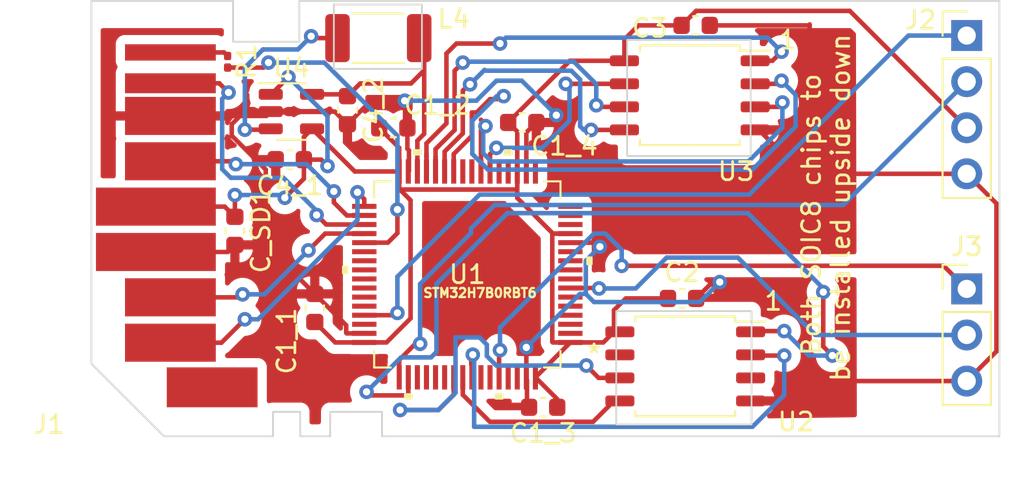
<source format=kicad_pcb>
(kicad_pcb (version 20211014) (generator pcbnew)
  (layers (0 "F.Cu" signal) (31 "B.Cu" signal) (34 "B.Paste" user) (35 "F.Paste" user) (36 "B.SilkS" user "B.Silkscreen") (37 "F.SilkS" user "F.Silkscreen") (38 "B.Mask" user) (39 "F.Mask" user) (44 "Edge.Cuts" user))
  (net 0 "")
  (net 1 "Net-(J1-Pad1)")
  (net 2 "Net-(J1-Pad2)")
  (net 3 "Net-(J1-Pad5)")
  (net 4 "Net-(J1-Pad7)")
  (net 5 "Net-(R1-Pad1)")
  (net 7 "Net-(J3-Pad2)")
  (net 8 "Net-(U4-Pad3)")
  (net 9 "Net-(R1-Pad2)")
  (net 25 "Net-(U1-Pad22)")
  (net 26 "Net-(U1-Pad23)")
  (net 29 "Net-(U1-Pad26)")
  (net 30 "Net-(U1-Pad27)")
  (net 31 "Net-(U1-Pad28)")
  (net 32 "Net-(U1-Pad29)")
  (net 41 "Net-(U1-Pad50)")
  (net 46 "Net-(U1-Pad55)")
  (net 47 "Net-(U1-Pad56)")
  (net 48 "Net-(U1-Pad57)")
  (net 55 "Net-(C1_1-Pad2)")
  (net 56 "Net-(C4_2-Pad1)")
  (net 57 "Net-(J2-Pad1)")
  (net 58 "Net-(J2-Pad2)")
  (net 59 "Net-(J3-Pad1)")
  (net 60 "Net-(C1_4-Pad2)")
  (footprint "stm32:BACKWARDS-SOIC-8_5.275x5.275mm_P1.27mm" (layer "F.Cu") (at 141.5 115.655)
    (fp_text reference "U3")
    (fp_text value "APS6404L-3SQR-SN")
  )
  (footprint "LQFP_B0VBT6_STM:STM32H7B0RBT6" (layer "F.Cu") (at 129.250001 125.525899 180)
    (fp_text reference "U1")
    (fp_text value "STM32H7B0RBT6")
  )
  (footprint "Capacitor_SMD:C_0603_1608Metric" (layer "F.Cu") (at 133.425 132.85 180)
    (fp_text reference "C1_3")
    (fp_text value "100n")
  )
  (footprint "stm32:SD-Connector" (layer "F.Cu") (at 108.76 134.29)
    (fp_text reference "J1")
    (fp_text value "SD Connector")
  )
  (footprint "Capacitor_SMD:C_0603_1608Metric" (layer "F.Cu") (at 132.275 117.15)
    (fp_text reference "C1_4")
    (fp_text value "100n")
  )
  (footprint "Capacitor_SMD:C_0603_1608Metric" (layer "F.Cu") (at 141.825 111.8)
    (fp_text reference "C3")
    (fp_text value "100n")
  )
  (footprint "Resistor_SMD:R_0201_0603Metric" (layer "F.Cu") (at 116.05 113.805 -90)
    (fp_text reference "R1")
    (fp_text value "50K")
  )
  (footprint "Connector_PinHeader_2.54mm:PinHeader_1x04_P2.54mm_Vertical" (layer "F.Cu") (at 156.75 112.36)
    (fp_text reference "J2")
    (fp_text value "SWD")
  )
  (footprint "Package_TO_SOT_SMD:TSOT-23-5" (layer "F.Cu") (at 119.5625 116.55)
    (fp_text reference "U4")
    (fp_text value "LTC3406BES5-1.2")
  )
  (footprint "Inductor_SMD:L_2010_5025Metric" (layer "F.Cu") (at 124.35 112.5)
    (fp_text reference "L4")
    (fp_text value "L")
  )
  (footprint "Capacitor_SMD:C_0603_1608Metric" (layer "F.Cu") (at 119.475 119.2 180)
    (fp_text reference "C4_1")
    (fp_text value "4u7")
  )
  (footprint "Capacitor_SMD:C_0603_1608Metric" (layer "F.Cu") (at 116.45 123.125 -90)
    (fp_text reference "C_SD1")
    (fp_text value "100n")
  )
  (footprint "Capacitor_SMD:C_0603_1608Metric" (layer "F.Cu") (at 125.175 117.45 180)
    (fp_text reference "C1_2")
    (fp_text value "100n")
  )
  (footprint "Capacitor_SMD:C_0603_1608Metric" (layer "F.Cu") (at 120.85 127.375 -90)
    (fp_text reference "C1_1")
    (fp_text value "100n")
  )
  (footprint "Capacitor_SMD:C_0603_1608Metric" (layer "F.Cu") (at 122.65 116.475 -90)
    (fp_text reference "C4_2")
    (fp_text value "10u")
  )
  (footprint "stm32:BACKWARDS-SOIC-8_5.275x5.275mm_P1.27mm" (layer "F.Cu") (at 141.25 130.595)
    (fp_text reference "U2")
    (fp_text value "S25FL064LABMFN010")
  )
  (footprint "Capacitor_SMD:C_0603_1608Metric" (layer "F.Cu") (at 141.075 126.85)
    (fp_text reference "C2")
    (fp_text value "100n")
  )
  (footprint "Connector_PinHeader_2.54mm:PinHeader_1x03_P2.54mm_Vertical" (layer "F.Cu") (at 156.75 126.325)
    (fp_text reference "J3")
    (fp_text value "BootRST")
  )
  (gr_rect (start 121.9 110.65) (end 126.75 114.2) (layer "Edge.Cuts") (width 0.1) (fill none))
  (gr_poly (pts (xy 120 110.45) (xy 158.55 110.45) (xy 158.55 134.45) (xy 124.55 134.45) (xy 124.55 133.1) (xy 121.7 133.1) (xy 121.695496 134.45) (xy 120.05 134.45) (xy 120.05 133.1) (xy 118.55 133.1) (xy 118.55 134.45) (xy 112.55 134.45) (xy 108.55 130.45) (xy 108.55 110.45) (xy 116.35 110.45) (xy 116.35 112.7) (xy 120 112.7)) (layer "Edge.Cuts") (width 0.1) (fill none))
  (gr_rect (start 144.9 133.8) (end 137.45 127.55) (layer "Edge.Cuts") (width 0.1) (fill none))
  (gr_rect (start 138.05 112.6) (end 144.85 119) (layer "Edge.Cuts") (width 0.1) (fill none))
  (gr_text "Both SOIC8 chips to \nbe installed upside down" (at 149 121.85 90) (layer "F.SilkS") (effects (font (size 1 1))))
  (gr_text "1" (at 146.1 127) (layer "F.SilkS") (effects (font (size 1 1))))
  (gr_text "1" (at 146.9 112.6) (layer "F.SilkS") (effects (font (size 1 1))))
  (segment (start 112.9 129.29) (end 115.71 129.29) (width 0.25) (layer "F.Cu") (net 1))
  (segment (start 115.71 129.29) (end 117 128) (width 0.25) (layer "F.Cu") (net 1))
  (segment (start 123.5759 121.775899) (end 123.5759 121.3759) (width 0.25) (layer "F.Cu") (net 1))
  (segment (start 123.5759 121.3759) (end 123.2 121) (width 0.25) (layer "F.Cu") (net 1))
  (via (at 117 128) (size 0.8) (drill 0.4) (layers "F.Cu" "B.Cu") (net 1))
  (via (at 123.2 121) (size 0.8) (drill 0.4) (layers "F.Cu" "B.Cu") (net 1))
  (segment (start 123.2 122.525305) (end 123.2 121) (width 0.25) (layer "B.Cu") (net 1))
  (segment (start 123.15 120.95) (end 123.2 121) (width 0.25) (layer "B.Cu") (net 1))
  (segment (start 117.725305 128) (end 123.2 122.525305) (width 0.25) (layer "B.Cu") (net 1))
  (segment (start 117 128) (end 117.725305 128) (width 0.25) (layer "B.Cu") (net 1))
  (segment (start 121.424102 123.275898) (end 120.5 124.2) (width 0.25) (layer "F.Cu") (net 2))
  (segment (start 116.875 126.625) (end 116.9 126.6) (width 0.25) (layer "F.Cu") (net 2))
  (segment (start 123.5759 123.275898) (end 121.424102 123.275898) (width 0.25) (layer "F.Cu") (net 2))
  (segment (start 112.9 126.79) (end 116.71 126.79) (width 0.25) (layer "F.Cu") (net 2))
  (segment (start 116.71 126.79) (end 116.875 126.625) (width 0.25) (layer "F.Cu") (net 2))
  (via (at 120.5 124.2) (size 0.8) (drill 0.4) (layers "F.Cu" "B.Cu") (net 2))
  (via (at 116.875 126.625) (size 0.8) (drill 0.4) (layers "F.Cu" "B.Cu") (net 2))
  (segment (start 118.075 126.625) (end 116.875 126.625) (width 0.25) (layer "B.Cu") (net 2))
  (segment (start 120.5 124.2) (end 118.075 126.625) (width 0.25) (layer "B.Cu") (net 2))
  (segment (start 123.5759 122.275898) (end 122.6159 122.275898) (width 0.25) (layer "F.Cu") (net 3))
  (segment (start 121.9 121.559998) (end 121.9 120.95) (width 0.25) (layer "F.Cu") (net 3))
  (segment (start 116.34 119.29) (end 116.5 119.45) (width 0.25) (layer "F.Cu") (net 3))
  (segment (start 122.6159 122.275898) (end 121.9 121.559998) (width 0.25) (layer "F.Cu") (net 3))
  (segment (start 112.9 119.29) (end 116.34 119.29) (width 0.25) (layer "F.Cu") (net 3))
  (via (at 121.9 120.95) (size 0.8) (drill 0.4) (layers "F.Cu" "B.Cu") (net 3))
  (via (at 116.5 119.45) (size 0.8) (drill 0.4) (layers "F.Cu" "B.Cu") (net 3))
  (segment (start 120.4 119.45) (end 121.9 120.95) (width 0.25) (layer "B.Cu") (net 3))
  (segment (start 116.5 119.45) (end 120.4 119.45) (width 0.25) (layer "B.Cu") (net 3))
  (segment (start 123.5759 122.775899) (end 121.475899 122.775899) (width 0.25) (layer "F.Cu") (net 4))
  (segment (start 112.9 114.99) (end 115.59 114.99) (width 0.25) (layer "F.Cu") (net 4))
  (segment (start 115.59 114.99) (end 116.1 115.5) (width 0.25) (layer "F.Cu") (net 4))
  (segment (start 121.475899 122.775899) (end 120.95 122.25) (width 0.25) (layer "F.Cu") (net 4))
  (via (at 120.95 122.25) (size 0.8) (drill 0.4) (layers "F.Cu" "B.Cu") (net 4))
  (via (at 116.1 115.5) (size 0.8) (drill 0.4) (layers "F.Cu" "B.Cu") (net 4))
  (segment (start 115.75 115.85) (end 116.1 115.5) (width 0.25) (layer "B.Cu") (net 4))
  (segment (start 116.224695 120.2) (end 115.75 119.725305) (width 0.25) (layer "B.Cu") (net 4))
  (segment (start 120.95 122.024695) (end 119.125305 120.2) (width 0.25) (layer "B.Cu") (net 4))
  (segment (start 119.125305 120.2) (end 116.224695 120.2) (width 0.25) (layer "B.Cu") (net 4))
  (segment (start 120.95 122.25) (end 120.95 122.024695) (width 0.25) (layer "B.Cu") (net 4))
  (segment (start 115.75 119.725305) (end 115.75 115.85) (width 0.25) (layer "B.Cu") (net 4))
  (segment (start 116.05 113.485) (end 115.855 113.29) (width 0.25) (layer "F.Cu") (net 5))
  (segment (start 115.855 113.29) (end 112.9 113.29) (width 0.25) (layer "F.Cu") (net 5))
  (segment (start 136.4759 126.2759) (end 136.5 126.3) (width 0.25) (layer "F.Cu") (net 7))
  (segment (start 134.924102 126.2759) (end 136.4759 126.2759) (width 0.25) (layer "F.Cu") (net 7))
  (via (at 136.5 126.3) (size 0.8) (drill 0.4) (layers "F.Cu" "B.Cu") (net 7))
  (segment (start 138.523223 126.3) (end 136.5 126.3) (width 0.25) (layer "B.Cu") (net 7))
  (segment (start 148.415 128.865) (end 144.15 124.6) (width 0.25) (layer "B.Cu") (net 7))
  (segment (start 144.15 124.6) (end 140.223223 124.6) (width 0.25) (layer "B.Cu") (net 7))
  (segment (start 156.75 128.865) (end 148.415 128.865) (width 0.25) (layer "B.Cu") (net 7))
  (segment (start 140.223223 124.6) (end 138.523223 126.3) (width 0.25) (layer "B.Cu") (net 7))
  (segment (start 118.375 117.55) (end 118.425 117.5) (width 0.25) (layer "F.Cu") (net 8))
  (segment (start 120.75 112.5) (end 121.775 112.5) (width 0.25) (layer "F.Cu") (net 8))
  (segment (start 122.1 112.5) (end 122.025 112.5) (width 0.25) (layer "F.Cu") (net 8))
  (segment (start 120.65 112.4) (end 120.75 112.5) (width 0.25) (layer "F.Cu") (net 8))
  (segment (start 117 117.55) (end 118.375 117.55) (width 0.25) (layer "F.Cu") (net 8))
  (via (at 117 117.55) (size 0.8) (drill 0.4) (layers "F.Cu" "B.Cu") (net 8))
  (via (at 120.65 112.4) (size 0.8) (drill 0.4) (layers "F.Cu" "B.Cu") (net 8))
  (segment (start 119.925 113.125) (end 117.999695 113.125) (width 0.25) (layer "B.Cu") (net 8))
  (segment (start 117.999695 113.125) (end 117 114.124695) (width 0.25) (layer "B.Cu") (net 8))
  (segment (start 120.65 112.4) (end 119.925 113.125) (width 0.25) (layer "B.Cu") (net 8))
  (segment (start 117 114.124695) (end 117 117.55) (width 0.25) (layer "B.Cu") (net 8))
  (segment (start 125.4005 121.95) (end 125.4005 123.2495) (width 0.25) (layer "F.Cu") (net 9))
  (segment (start 116.05 114.125) (end 118.025 114.125) (width 0.25) (layer "F.Cu") (net 9))
  (segment (start 123.5759 123.7759) (end 124.8741 123.7759) (width 0.25) (layer "F.Cu") (net 9))
  (segment (start 125.4005 123.2495) (end 124.8741 123.7759) (width 0.25) (layer "F.Cu") (net 9))
  (segment (start 118.025 114.125) (end 118.3 113.85) (width 0.25) (layer "F.Cu") (net 9))
  (via (at 125.4005 121.95) (size 0.8) (drill 0.4) (layers "F.Cu" "B.Cu") (net 9))
  (via (at 118.3 113.85) (size 0.8) (drill 0.4) (layers "F.Cu" "B.Cu") (net 9))
  (segment (start 125.4005 117.877277) (end 125.4005 121.95) (width 0.25) (layer "B.Cu") (net 9))
  (segment (start 118.3 113.85) (end 121.373223 113.85) (width 0.25) (layer "B.Cu") (net 9))
  (segment (start 121.373223 113.85) (end 125.4005 117.877277) (width 0.25) (layer "B.Cu") (net 9))
  (segment (start 130.500001 118.899999) (end 130.85 118.55) (width 0.25) (layer "F.Cu") (net 25))
  (segment (start 130.500001 119.851798) (end 130.500001 118.899999) (width 0.25) (layer "F.Cu") (net 25))
  (segment (start 137.9 115.02) (end 134.67 115.02) (width 0.25) (layer "F.Cu") (net 25))
  (via (at 130.85 118.55) (size 0.8) (drill 0.4) (layers "F.Cu" "B.Cu") (net 25))
  (via (at 134.67 115.02) (size 0.8) (drill 0.4) (layers "F.Cu" "B.Cu") (net 25))
  (segment (start 134.67 115.02) (end 134.875 115.225) (width 0.25) (layer "B.Cu") (net 25))
  (segment (start 130.85 118.55) (end 133.375305 118.55) (width 0.25) (layer "B.Cu") (net 25))
  (segment (start 134.875 117.050305) (end 133.375305 118.55) (width 0.25) (layer "B.Cu") (net 25))
  (segment (start 134.875 115.225) (end 134.875 117.050305) (width 0.25) (layer "B.Cu") (net 25))
  (segment (start 145.1 116.29) (end 146.36 116.29) (width 0.25) (layer "F.Cu") (net 26))
  (segment (start 130.000002 117.599998) (end 130.25 117.35) (width 0.25) (layer "F.Cu") (net 26))
  (segment (start 146.36 116.29) (end 146.6 116.05) (width 0.25) (layer "F.Cu") (net 26))
  (segment (start 130.000002 117.000002) (end 130 117) (width 0.25) (layer "F.Cu") (net 26))
  (segment (start 130.000002 119.851798) (end 130.000002 117.599998) (width 0.25) (layer "F.Cu") (net 26))
  (via (at 130.25 117.35) (size 0.8) (drill 0.4) (layers "F.Cu" "B.Cu") (net 26))
  (via (at 146.6 116.05) (size 0.8) (drill 0.4) (layers "F.Cu" "B.Cu") (net 26))
  (segment (start 130.125 117.475) (end 130.125 118.850305) (width 0.25) (layer "B.Cu") (net 26))
  (segment (start 146.6 117.426777) (end 146.6 116.05) (width 0.25) (layer "B.Cu") (net 26))
  (segment (start 130.574695 119.3) (end 144.726777 119.3) (width 0.25) (layer "B.Cu") (net 26))
  (segment (start 130.25 117.35) (end 130.125 117.475) (width 0.25) (layer "B.Cu") (net 26))
  (segment (start 130.125 118.850305) (end 130.574695 119.3) (width 0.25) (layer "B.Cu") (net 26))
  (segment (start 144.726777 119.3) (end 146.6 117.426777) (width 0.25) (layer "B.Cu") (net 26))
  (segment (start 129.763604 116.6) (end 130.5 115.863604) (width 0.25) (layer "F.Cu") (net 29))
  (segment (start 131.086396 115.863604) (end 131.25 115.7) (width 0.25) (layer "F.Cu") (net 29))
  (segment (start 129.5 116.6) (end 129.763604 116.6) (width 0.25) (layer "F.Cu") (net 29))
  (segment (start 146.38 115.02) (end 146.55 114.85) (width 0.25) (layer "F.Cu") (net 29))
  (segment (start 129.5 117.8918) (end 129.5 116.6) (width 0.25) (layer "F.Cu") (net 29))
  (segment (start 128.5 119.851798) (end 128.5 118.8918) (width 0.25) (layer "F.Cu") (net 29))
  (segment (start 145.1 115.02) (end 146.38 115.02) (width 0.25) (layer "F.Cu") (net 29))
  (segment (start 130.5 115.863604) (end 131.086396 115.863604) (width 0.25) (layer "F.Cu") (net 29))
  (segment (start 128.5 118.8918) (end 129.5 117.8918) (width 0.25) (layer "F.Cu") (net 29))
  (via (at 146.55 114.85) (size 0.8) (drill 0.4) (layers "F.Cu" "B.Cu") (net 29))
  (via (at 131.25 115.7) (size 0.8) (drill 0.4) (layers "F.Cu" "B.Cu") (net 29))
  (segment (start 144.95 119.75) (end 147.325 117.375) (width 0.25) (layer "B.Cu") (net 29))
  (segment (start 147.325 115.625) (end 146.55 114.85) (width 0.25) (layer "B.Cu") (net 29))
  (segment (start 129.525 118.886701) (end 130.388299 119.75) (width 0.25) (layer "B.Cu") (net 29))
  (segment (start 129.525 117.049695) (end 129.525 118.886701) (width 0.25) (layer "B.Cu") (net 29))
  (segment (start 131.25 115.7) (end 130.874695 115.7) (width 0.25) (layer "B.Cu") (net 29))
  (segment (start 130.388299 119.75) (end 144.95 119.75) (width 0.25) (layer "B.Cu") (net 29))
  (segment (start 130.874695 115.7) (end 129.525 117.049695) (width 0.25) (layer "B.Cu") (net 29))
  (segment (start 147.325 117.375) (end 147.325 115.625) (width 0.25) (layer "B.Cu") (net 29))
  (segment (start 136.06 117.56) (end 136.05 117.55) (width 0.25) (layer "F.Cu") (net 30))
  (segment (start 129 117.755404) (end 129 115.4) (width 0.25) (layer "F.Cu") (net 30))
  (segment (start 128.000001 118.755403) (end 128.977702 117.777702) (width 0.25) (layer "F.Cu") (net 30))
  (segment (start 129 115.4) (end 129.35 115.05) (width 0.25) (layer "F.Cu") (net 30))
  (segment (start 128.977702 117.777702) (end 129 117.755404) (width 0.25) (layer "F.Cu") (net 30))
  (segment (start 137.9 117.56) (end 136.06 117.56) (width 0.25) (layer "F.Cu") (net 30))
  (segment (start 128.000001 119.851798) (end 128.000001 118.755403) (width 0.25) (layer "F.Cu") (net 30))
  (segment (start 129.35 115.05) (end 129.4 115.05) (width 0.25) (layer "F.Cu") (net 30))
  (via (at 136.06 117.56) (size 0.8) (drill 0.4) (layers "F.Cu" "B.Cu") (net 30))
  (via (at 129.4 115.05) (size 0.8) (drill 0.4) (layers "F.Cu" "B.Cu") (net 30))
  (segment (start 135.66 117.56) (end 135.462653 117.362653) (width 0.25) (layer "B.Cu") (net 30))
  (segment (start 136.06 117.56) (end 135.66 117.56) (width 0.25) (layer "B.Cu") (net 30))
  (segment (start 135.462653 117.362653) (end 135.462653 114.787347) (width 0.25) (layer "B.Cu") (net 30))
  (segment (start 135.462653 114.787347) (end 134.970305 114.295) (width 0.25) (layer "B.Cu") (net 30))
  (segment (start 130.305 114.295) (end 130.3 114.3) (width 0.25) (layer "B.Cu") (net 30))
  (segment (start 130.2 114.25) (end 129.4 115.05) (width 0.25) (layer "B.Cu") (net 30))
  (segment (start 134.970305 114.295) (end 130.305 114.295) (width 0.25) (layer "B.Cu") (net 30))
  (segment (start 137.9 116.29) (end 136.44 116.29) (width 0.25) (layer "F.Cu") (net 31))
  (segment (start 128.534504 117.584504) (end 128.55 117.569008) (width 0.25) (layer "F.Cu") (net 31))
  (segment (start 127.500002 119.851798) (end 127.500002 118.619006) (width 0.25) (layer "F.Cu") (net 31))
  (segment (start 127.500002 118.619006) (end 128.534504 117.584504) (width 0.25) (layer "F.Cu") (net 31))
  (segment (start 136.44 116.29) (end 136.35 116.2) (width 0.25) (layer "F.Cu") (net 31))
  (segment (start 128.55 117.569008) (end 128.55 114.3) (width 0.25) (layer "F.Cu") (net 31))
  (segment (start 128.55 114.3) (end 129 113.85) (width 0.25) (layer "F.Cu") (net 31))
  (segment (start 127.500002 119.851798) (end 127.500002 119.028195) (width 0.25) (layer "F.Cu") (net 31))
  (via (at 136.35 116.2) (size 0.8) (drill 0.4) (layers "F.Cu" "B.Cu") (net 31))
  (via (at 129 113.85) (size 0.8) (drill 0.4) (layers "F.Cu" "B.Cu") (net 31))
  (segment (start 129.05 113.8) (end 129 113.85) (width 0.25) (layer "B.Cu") (net 31))
  (segment (start 136.35 116.2) (end 136.35 115.038299) (width 0.25) (layer "B.Cu") (net 31))
  (segment (start 136.35 115.038299) (end 135.111701 113.8) (width 0.25) (layer "B.Cu") (net 31))
  (segment (start 135.111701 113.8) (end 129.05 113.8) (width 0.25) (layer "B.Cu") (net 31))
  (segment (start 127 118.302817) (end 128.1 117.202817) (width 0.25) (layer "F.Cu") (net 32))
  (segment (start 128.65 112.8) (end 131.05 112.8) (width 0.25) (layer "F.Cu") (net 32))
  (segment (start 146.05 113.75) (end 146.55 113.25) (width 0.25) (layer "F.Cu") (net 32))
  (segment (start 127 119.851798) (end 127 119.05) (width 0.25) (layer "F.Cu") (net 32))
  (segment (start 127 119.05) (end 127 118.302817) (width 0.25) (layer "F.Cu") (net 32))
  (segment (start 128.1 117.202817) (end 128.1 113.35) (width 0.25) (layer "F.Cu") (net 32))
  (segment (start 127 119.05) (end 127 118.891801) (width 0.25) (layer "F.Cu") (net 32))
  (segment (start 145.1 113.75) (end 146.05 113.75) (width 0.25) (layer "F.Cu") (net 32))
  (segment (start 128.1 113.35) (end 128.65 112.8) (width 0.25) (layer "F.Cu") (net 32))
  (via (at 131.05 112.8) (size 0.8) (drill 0.4) (layers "F.Cu" "B.Cu") (net 32))
  (via (at 146.55 113.25) (size 0.8) (drill 0.4) (layers "F.Cu" "B.Cu") (net 32))
  (segment (start 145.775 112.475) (end 146.55 113.25) (width 0.25) (layer "B.Cu") (net 32))
  (segment (start 131.375 112.475) (end 145.775 112.475) (width 0.25) (layer "B.Cu") (net 32))
  (segment (start 131.05 112.8) (end 131.375 112.475) (width 0.25) (layer "B.Cu") (net 32))
  (segment (start 125.964701 132.195299) (end 123.895299 132.195299) (width 0.25) (layer "F.Cu") (net 41))
  (segment (start 145.025 128.65) (end 145.025 128.69) (width 0.25) (layer "F.Cu") (net 41))
  (segment (start 123.7 132) (end 123.65 131.95) (width 0.25) (layer "F.Cu") (net 41))
  (segment (start 148.85 129.5) (end 149.35 130) (width 0.25) (layer "F.Cu") (net 41))
  (segment (start 148.85 126.5) (end 148.85 129.5) (width 0.25) (layer "F.Cu") (net 41))
  (segment (start 126 131.2) (end 126 132.16) (width 0.25) (layer "F.Cu") (net 41))
  (segment (start 126 132.16) (end 125.964701 132.195299) (width 0.25) (layer "F.Cu") (net 41))
  (segment (start 123.895299 132.195299) (end 123.7 132) (width 0.25) (layer "F.Cu") (net 41))
  (segment (start 146.7 128.65) (end 145.025 128.65) (width 0.25) (layer "F.Cu") (net 41))
  (via (at 123.7 132) (size 0.8) (drill 0.4) (layers "F.Cu" "B.Cu") (net 41))
  (via (at 148.85 126.5) (size 0.8) (drill 0.4) (layers "F.Cu" "B.Cu") (net 41))
  (via (at 149.35 130) (size 0.8) (drill 0.4) (layers "F.Cu" "B.Cu") (net 41))
  (via (at 146.7 128.65) (size 0.8) (drill 0.4) (layers "F.Cu" "B.Cu") (net 41))
  (segment (start 125.6 130.1) (end 127.25 130.1) (width 0.25) (layer "B.Cu") (net 41))
  (segment (start 131.45 122.15) (end 131.8 122.15) (width 0.25) (layer "B.Cu") (net 41))
  (segment (start 148.05 130) (end 146.7 128.65) (width 0.25) (layer "B.Cu") (net 41))
  (segment (start 148.2 125.65) (end 148.85 126.3) (width 0.25) (layer "B.Cu") (net 41))
  (segment (start 131.8 122.15) (end 144.7 122.15) (width 0.25) (layer "B.Cu") (net 41))
  (segment (start 127.55 126.05) (end 131.45 122.15) (width 0.25) (layer "B.Cu") (net 41))
  (segment (start 148.2 125.65) (end 148.3 125.75) (width 0.25) (layer "B.Cu") (net 41))
  (segment (start 127.55 129.8) (end 127.55 126.65) (width 0.25) (layer "B.Cu") (net 41))
  (segment (start 127.55 126.65) (end 127.55 126.05) (width 0.25) (layer "B.Cu") (net 41))
  (segment (start 148.85 126.3) (end 148.85 126.5) (width 0.25) (layer "B.Cu") (net 41))
  (segment (start 127.25 130.1) (end 127.55 129.8) (width 0.25) (layer "B.Cu") (net 41))
  (segment (start 149.35 130) (end 148.05 130) (width 0.25) (layer "B.Cu") (net 41))
  (segment (start 144.7 122.15) (end 148.2 125.65) (width 0.25) (layer "B.Cu") (net 41))
  (segment (start 123.7 132) (end 125.6 130.1) (width 0.25) (layer "B.Cu") (net 41))
  (segment (start 127.66 133) (end 125.55 133) (width 0.25) (layer "F.Cu") (net 46))
  (segment (start 128.5 131.2) (end 128.5 132.16) (width 0.25) (layer "F.Cu") (net 46))
  (segment (start 135.8 130.55) (end 136.48 131.23) (width 0.25) (layer "F.Cu") (net 46))
  (segment (start 136.48 131.23) (end 137.325 131.23) (width 0.25) (layer "F.Cu") (net 46))
  (segment (start 128.5 132.16) (end 127.66 133) (width 0.25) (layer "F.Cu") (net 46))
  (via (at 125.55 133) (size 0.8) (drill 0.4) (layers "F.Cu" "B.Cu") (net 46))
  (via (at 135.8 130.55) (size 0.8) (drill 0.4) (layers "F.Cu" "B.Cu") (net 46))
  (segment (start 125.55 133) (end 127.65 133) (width 0.25) (layer "B.Cu") (net 46))
  (segment (start 127.65 133) (end 128.4 132.25) (width 0.25) (layer "B.Cu") (net 46))
  (segment (start 129.925305 129) (end 130.325 129.399695) (width 0.25) (layer "B.Cu") (net 46))
  (segment (start 130.85 130.55) (end 135.8 130.55) (width 0.25) (layer "B.Cu") (net 46))
  (segment (start 128.6 132.05) (end 128.6 129) (width 0.25) (layer "B.Cu") (net 46))
  (segment (start 128.4 132.25) (end 128.6 132.05) (width 0.25) (layer "B.Cu") (net 46))
  (segment (start 130.325 130.025) (end 130.85 130.55) (width 0.25) (layer "B.Cu") (net 46))
  (segment (start 130.325 129.399695) (end 130.325 130.025) (width 0.25) (layer "B.Cu") (net 46))
  (segment (start 128.6 129) (end 129.925305 129) (width 0.25) (layer "B.Cu") (net 46))
  (segment (start 129.000001 131.2) (end 129.000001 132.159999) (width 0.25) (layer "F.Cu") (net 47))
  (segment (start 136.175 133.65) (end 137.325 132.5) (width 0.25) (layer "F.Cu") (net 47))
  (segment (start 129.000001 132.159999) (end 130.490002 133.65) (width 0.25) (layer "F.Cu") (net 47))
  (segment (start 130.490002 133.65) (end 136.175 133.65) (width 0.25) (layer "F.Cu") (net 47))
  (segment (start 145.025 130) (end 145.025 129.96) (width 0.25) (layer "F.Cu") (net 48))
  (segment (start 146.7 130) (end 145.025 130) (width 0.25) (layer "F.Cu") (net 48))
  (segment (start 129.55 129.95) (end 129.464701 130.035299) (width 0.25) (layer "F.Cu") (net 48))
  (segment (start 129.464701 130.035299) (end 129.464701 130.5) (width 0.25) (layer "F.Cu") (net 48))
  (via (at 146.7 130) (size 0.8) (drill 0.4) (layers "F.Cu" "B.Cu") (net 48))
  (via (at 129.55 129.95) (size 0.8) (drill 0.4) (layers "F.Cu" "B.Cu") (net 48))
  (segment (start 129.625 130.025) (end 129.55 129.95) (width 0.25) (layer "B.Cu") (net 48))
  (segment (start 144.951777 133.925) (end 129.625 133.925) (width 0.25) (layer "B.Cu") (net 48))
  (segment (start 146.7 132.176777) (end 144.951777 133.925) (width 0.25) (layer "B.Cu") (net 48))
  (segment (start 129.625 133.925) (end 129.625 130.025) (width 0.25) (layer "B.Cu") (net 48))
  (segment (start 146.7 130) (end 146.7 132.176777) (width 0.25) (layer "B.Cu") (net 48))
  (segment (start 137.9 113.75) (end 137.9 112.573223) (width 0.25) (layer "F.Cu") (net 55))
  (segment (start 133.928803 129.2406) (end 133.964102 129.275899) (width 0.25) (layer "F.Cu") (net 55))
  (segment (start 120.7 117.5) (end 123.051798 119.851798) (width 0.25) (layer "F.Cu") (net 55))
  (segment (start 137.9 112.573223) (end 138.673223 111.8) (width 0.25) (layer "F.Cu") (net 55))
  (segment (start 131.5 117.15) (end 134.9 113.75) (width 0.25) (layer "F.Cu") (net 55))
  (segment (start 125.500001 120.811798) (end 125.5353 120.847097) (width 0.25) (layer "F.Cu") (net 55))
  (segment (start 133.928803 123.3112) (end 133.928803 129.2406) (width 0.25) (layer "F.Cu") (net 55))
  (segment (start 132.000001 120.811798) (end 132.000001 119.851798) (width 0.25) (layer "F.Cu") (net 55))
  (segment (start 150.31 111) (end 156.75 117.44) (width 0.25) (layer "F.Cu") (net 55))
  (segment (start 131.5 117.15) (end 132.000001 117.650001) (width 0.25) (layer "F.Cu") (net 55))
  (segment (start 126.125 121.436797) (end 125.500001 120.811798) (width 0.25) (layer "F.Cu") (net 55))
  (segment (start 125.5353 120.847097) (end 131.964702 120.847097) (width 0.25) (layer "F.Cu") (net 55))
  (segment (start 123.5759 129.275899) (end 124.799406 129.275899) (width 0.25) (layer "F.Cu") (net 55))
  (segment (start 116.45 122.35) (end 116.45 121.15) (width 0.25) (layer "F.Cu") (net 55))
  (segment (start 138.673223 111.8) (end 141.05 111.8) (width 0.25) (layer "F.Cu") (net 55))
  (segment (start 132.000001 119.851798) (end 132.000001 121.311797) (width 0.25) (layer "F.Cu") (net 55))
  (segment (start 126.125 127.950305) (end 126.125 121.436797) (width 0.25) (layer "F.Cu") (net 55))
  (segment (start 134.2 132.85) (end 134.2 132.399999) (width 0.25) (layer "F.Cu") (net 55))
  (segment (start 137.973223 126.85) (end 137.325 127.498223) (width 0.25) (layer "F.Cu") (net 55))
  (segment (start 123.051798 119.851798) (end 125.500001 119.851798) (width 0.25) (layer "F.Cu") (net 55))
  (segment (start 132.000001 117.650001) (end 132.000001 119.851798) (width 0.25) (layer "F.Cu") (net 55))
  (segment (start 134.2 132.399999) (end 133.000001 131.2) (width 0.25) (layer "F.Cu") (net 55))
  (segment (start 120.25 119.2) (end 121.2 119.2) (width 0.25) (layer "F.Cu") (net 55))
  (segment (start 125.500001 119.851798) (end 125.500001 120.811798) (width 0.25) (layer "F.Cu") (net 55))
  (segment (start 141.85 111) (end 150.31 111) (width 0.25) (layer "F.Cu") (net 55))
  (segment (start 121.975899 129.275899) (end 123.5759 129.275899) (width 0.25) (layer "F.Cu") (net 55))
  (segment (start 120.25 120.25) (end 120.25 119.2) (width 0.25) (layer "F.Cu") (net 55))
  (segment (start 136.739101 129.275899) (end 137.325 128.69) (width 0.25) (layer "F.Cu") (net 55))
  (segment (start 133.964105 123.275898) (end 133.928803 123.3112) (width 0.25) (layer "F.Cu") (net 55))
  (segment (start 132.000001 121.311797) (end 133.964102 123.275898) (width 0.25) (layer "F.Cu") (net 55))
  (segment (start 140.3 126.85) (end 137.973223 126.85) (width 0.25) (layer "F.Cu") (net 55))
  (segment (start 134.924102 129.275899) (end 133.000001 131.2) (width 0.25) (layer "F.Cu") (net 55))
  (segment (start 137.325 127.498223) (end 137.325 128.69) (width 0.25) (layer "F.Cu") (net 55))
  (segment (start 112.1 121.79) (end 115.89 121.79) (width 0.25) (layer "F.Cu") (net 55))
  (segment (start 118.425 115.6) (end 118.45 115.6) (width 0.25) (layer "F.Cu") (net 55))
  (segment (start 134.9 113.75) (end 137.9 113.75) (width 0.25) (layer "F.Cu") (net 55))
  (segment (start 134.924102 129.275899) (end 136.739101 129.275899) (width 0.25) (layer "F.Cu") (net 55))
  (segment (start 125.500001 118.550001) (end 125.500001 119.851798) (width 0.25) (layer "F.Cu") (net 55))
  (segment (start 133.964102 129.275899) (end 134.924102 129.275899) (width 0.25) (layer "F.Cu") (net 55))
  (segment (start 121.2 119.2) (end 121.55 119.55) (width 0.25) (layer "F.Cu") (net 55))
  (segment (start 118.425 115.6) (end 118.425 115.575) (width 0.25) (layer "F.Cu") (net 55))
  (segment (start 115.89 121.79) (end 116.45 122.35) (width 0.25) (layer "F.Cu") (net 55))
  (segment (start 119.2 121.3) (end 120.25 120.25) (width 0.25) (layer "F.Cu") (net 55))
  (segment (start 141.05 111.8) (end 141.85 111) (width 0.25) (layer "F.Cu") (net 55))
  (segment (start 120.25 117.95) (end 120.7 117.5) (width 0.25) (layer "F.Cu") (net 55))
  (segment (start 118.45 115.6) (end 119.4 114.65) (width 0.25) (layer "F.Cu") (net 55))
  (segment (start 120.85 128.15) (end 121.975899 129.275899) (width 0.25) (layer "F.Cu") (net 55))
  (segment (start 124.4 117.45) (end 125.500001 118.550001) (width 0.25) (layer "F.Cu") (net 55))
  (segment (start 131.964702 120.847097) (end 132.000001 120.811798) (width 0.25) (layer "F.Cu") (net 55))
  (segment (start 124.799406 129.275899) (end 126.125 127.950305) (width 0.25) (layer "F.Cu") (net 55))
  (segment (start 133.964102 123.275898) (end 134.924102 123.275898) (width 0.25) (layer "F.Cu") (net 55))
  (segment (start 120.25 119.2) (end 120.25 117.95) (width 0.25) (layer "F.Cu") (net 55))
  (segment (start 134.924102 123.275898) (end 133.964105 123.275898) (width 0.25) (layer "F.Cu") (net 55))
  (via (at 121.55 119.55) (size 0.8) (drill 0.4) (layers "F.Cu" "B.Cu") (net 55))
  (via (at 119.4 114.65) (size 0.8) (drill 0.4) (layers "F.Cu" "B.Cu") (net 55))
  (via (at 116.45 121.15) (size 0.8) (drill 0.4) (layers "F.Cu" "B.Cu") (net 55))
  (via (at 119.2 121.3) (size 0.8) (drill 0.4) (layers "F.Cu" "B.Cu") (net 55))
  (segment (start 121.55 116.8) (end 119.4 114.65) (width 0.25) (layer "B.Cu") (net 55))
  (segment (start 121.55 119.55) (end 121.55 116.8) (width 0.25) (layer "B.Cu") (net 55))
  (segment (start 116.45 121.15) (end 119.05 121.15) (width 0.25) (layer "B.Cu") (net 55))
  (segment (start 119.05 121.15) (end 119.2 121.3) (width 0.25) (layer "B.Cu") (net 55))
  (segment (start 126.875 114.275) (end 126.875 117.777817) (width 0.25) (layer "F.Cu") (net 56))
  (segment (start 120.7 115.6) (end 122.55 115.6) (width 0.25) (layer "F.Cu") (net 56))
  (segment (start 122.55 115.6) (end 122.65 115.7) (width 0.25) (layer "F.Cu") (net 56))
  (segment (start 126.500001 119.851798) (end 126.500001 118.152816) (width 0.25) (layer "F.Cu") (net 56))
  (segment (start 126.15 115) (end 126.875 114.275) (width 0.25) (layer "F.Cu") (net 56))
  (segment (start 126.875 117.777817) (end 126.500001 118.152816) (width 0.25) (layer "F.Cu") (net 56))
  (segment (start 126.875 114.275) (end 126.875 112.5) (width 0.25) (layer "F.Cu") (net 56))
  (segment (start 123.35 115) (end 126.15 115) (width 0.25) (layer "F.Cu") (net 56))
  (segment (start 122.65 115.7) (end 123.35 115) (width 0.25) (layer "F.Cu") (net 56))
  (segment (start 125.2741 127.7759) (end 125.4 127.65) (width 0.25) (layer "F.Cu") (net 57))
  (segment (start 123.5759 127.7759) (end 125.2741 127.7759) (width 0.25) (layer "F.Cu") (net 57))
  (via (at 125.4 127.65) (size 0.8) (drill 0.4) (layers "F.Cu" "B.Cu") (net 57))
  (segment (start 125.4 125.65) (end 125.4 127.65) (width 0.25) (layer "B.Cu") (net 57))
  (segment (start 156.75 112.36) (end 153.54 112.36) (width 0.25) (layer "B.Cu") (net 57))
  (segment (start 129.925 121.125) (end 125.4 125.65) (width 0.25) (layer "B.Cu") (net 57))
  (segment (start 153.54 112.36) (end 144.775 121.125) (width 0.25) (layer "B.Cu") (net 57))
  (segment (start 144.775 121.125) (end 129.925 121.125) (width 0.25) (layer "B.Cu") (net 57))
  (segment (start 126.390001 129.35) (end 126.65 129.35) (width 0.25) (layer "F.Cu") (net 58))
  (segment (start 125.500001 131.2) (end 125.500001 130.24) (width 0.25) (layer "F.Cu") (net 58))
  (segment (start 125.500001 130.24) (end 126.390001 129.35) (width 0.25) (layer "F.Cu") (net 58))
  (via (at 126.65 129.35) (size 0.8) (drill 0.4) (layers "F.Cu" "B.Cu") (net 58))
  (segment (start 129.45 123) (end 129.45 123.25) (width 0.25) (layer "B.Cu") (net 58))
  (segment (start 129.45 123.25) (end 126.65 126.05) (width 0.25) (layer "B.Cu") (net 58))
  (segment (start 130.75 121.7) (end 129.45 123) (width 0.25) (layer "B.Cu") (net 58))
  (segment (start 126.65 126.05) (end 126.65 129.35) (width 0.25) (layer "B.Cu") (net 58))
  (segment (start 149.95 121.7) (end 130.75 121.7) (width 0.25) (layer "B.Cu") (net 58))
  (segment (start 156.75 114.9) (end 149.95 121.7) (width 0.25) (layer "B.Cu") (net 58))
  (segment (start 155.475 125.05) (end 137.75 125.05) (width 0.25) (layer "F.Cu") (net 59))
  (segment (start 131 131.2) (end 131 129.75) (width 0.25) (layer "F.Cu") (net 59))
  (segment (start 156.75 126.325) (end 155.475 125.05) (width 0.25) (layer "F.Cu") (net 59))
  (segment (start 131 129.75) (end 131.05 129.7) (width 0.25) (layer "F.Cu") (net 59))
  (via (at 131.05 129.7) (size 0.8) (drill 0.4) (layers "F.Cu" "B.Cu") (net 59))
  (via (at 137.75 125.05) (size 0.8) (drill 0.4) (layers "F.Cu" "B.Cu") (net 59))
  (segment (start 137.75 125.05) (end 137.75 124.174695) (width 0.25) (layer "B.Cu") (net 59))
  (segment (start 137.75 124.174695) (end 136.850305 123.275) (width 0.25) (layer "B.Cu") (net 59))
  (segment (start 136.225 123.275) (end 131.05 128.45) (width 0.25) (layer "B.Cu") (net 59))
  (segment (start 136.850305 123.275) (end 136.225 123.275) (width 0.25) (layer "B.Cu") (net 59))
  (segment (start 131.05 128.45) (end 131.05 129.7) (width 0.25) (layer "B.Cu") (net 59))
  (segment (start 116.275 117.875) (end 117.6 119.2) (width 0.25) (layer "F.Cu") (net 60))
  (segment (start 118.185 116.79) (end 118.425 116.55) (width 0.25) (layer "F.Cu") (net 60))
  (segment (start 120.85 126.6) (end 122.580601 128.330601) (width 0.25) (layer "F.Cu") (net 60))
  (segment (start 148.04 117.56) (end 145.1 117.56) (width 0.25) (layer "F.Cu") (net 60))
  (segment (start 158.386443 121.616443) (end 156.75 119.98) (width 0.25) (layer "F.Cu") (net 60))
  (segment (start 116.45 123.9) (end 118.15 123.9) (width 0.25) (layer "F.Cu") (net 60))
  (segment (start 133.05 117.15) (end 133.75 117.15) (width 0.25) (layer "F.Cu") (net 60))
  (segment (start 132.65 132.85) (end 132.535301 132.735301) (width 0.25) (layer "F.Cu") (net 60))
  (segment (start 156.75 131.405) (end 158.386443 129.768557) (width 0.25) (layer "F.Cu") (net 60))
  (segment (start 145.1 117.56) (end 145.301751 117.56) (width 0.25) (layer "F.Cu") (net 60))
  (segment (start 132.5 131.199998) (end 132.500002 131.2) (width 0.25) (layer "F.Cu") (net 60))
  (segment (start 132.500002 117.699998) (end 132.500002 119.851798) (width 0.25) (layer "F.Cu") (net 60))
  (segment (start 158.386443 129.768557) (end 158.386443 121.616443) (width 0.25) (layer "F.Cu") (net 60))
  (segment (start 147.995 127.895) (end 147.795 127.895) (width 0.25) (layer "F.Cu") (net 60))
  (segment (start 132.535301 132.735301) (end 132.535301 131.35) (width 0.25) (layer "F.Cu") (net 60))
  (segment (start 142.6 111.8) (end 148.05 111.8) (width 0.25) (layer "F.Cu") (net 60))
  (segment (start 112.9 116.79) (end 118.185 116.79) (width 0.25) (layer "F.Cu") (net 60))
  (segment (start 148.05 111.8) (end 148.1 111.75) (width 0.25) (layer "F.Cu") (net 60))
  (segment (start 125.8 115.95) (end 123.95 115.95) (width 0.25) (layer "F.Cu") (net 60))
  (segment (start 134.15 117.15) (end 137.7 120.7) (width 0.25) (layer "F.Cu") (net 60))
  (segment (start 134.15 116.75) (end 134.15 117.15) (width 0.25) (layer "F.Cu") (net 60))
  (segment (start 143.15 125.95) (end 142.75 125.95) (width 0.25) (layer "F.Cu") (net 60))
  (segment (start 136.55 124) (end 136.3259 123.7759) (width 0.25) (layer "F.Cu") (net 60))
  (segment (start 132.5 129.55) (end 132.5 131.199998) (width 0.25) (layer "F.Cu") (net 60))
  (segment (start 116.275 117.249695) (end 116.275 117.875) (width 0.25) (layer "F.Cu") (net 60))
  (segment (start 125.95 118.6) (end 126.035301 118.685301) (width 0.25) (layer "F.Cu") (net 60))
  (segment (start 125.95 117.45) (end 125.95 116.1) (width 0.25) (layer "F.Cu") (net 60))
  (segment (start 145.025 132.55) (end 145.025 132.5) (width 0.25) (layer "F.Cu") (net 60))
  (segment (start 148.1 111.75) (end 148.1 117.5) (width 0.25) (layer "F.Cu") (net 60))
  (segment (start 116.974695 116.55) (end 116.275 117.249695) (width 0.25) (layer "F.Cu") (net 60))
  (segment (start 125.95 117.45) (end 125.95 118.6) (width 0.25) (layer "F.Cu") (net 60))
  (segment (start 125.95 116.1) (end 125.8 115.95) (width 0.25) (layer "F.Cu") (net 60))
  (segment (start 118.425 116.55) (end 116.974695 116.55) (width 0.25) (layer "F.Cu") (net 60))
  (segment (start 122.580601 128.330601) (end 122.580601 128.740599) (width 0.25) (layer "F.Cu") (net 60))
  (segment (start 126.035301 119.816497) (end 126 119.851798) (width 0.25) (layer "F.Cu") (net 60))
  (segment (start 122.580601 128.740599) (end 122.615902 128.7759) (width 0.25) (layer "F.Cu") (net 60))
  (segment (start 147.795 127.895) (end 146.75 126.85) (width 0.25) (layer "F.Cu") (net 60))
  (segment (start 137.7 122.85) (end 136.55 124) (width 0.25) (layer "F.Cu") (net 60))
  (segment (start 122.615902 128.7759) (end 123.5759 128.7759) (width 0.25) (layer "F.Cu") (net 60))
  (segment (start 136.3259 123.7759) (end 134.924102 123.7759) (width 0.25) (layer "F.Cu") (net 60))
  (segment (start 117.6 119.2) (end 118.7 119.2) (width 0.25) (layer "F.Cu") (net 60))
  (segment (start 112.1 124.29) (end 116.06 124.29) (width 0.25) (layer "F.Cu") (net 60))
  (segment (start 126.035301 118.685301) (end 126.035301 119.816497) (width 0.25) (layer "F.Cu") (net 60))
  (segment (start 117.95 123.9) (end 116.45 123.9) (width 0.25) (layer "F.Cu") (net 60))
  (segment (start 123.95 115.95) (end 122.65 117.25) (width 0.25) (layer "F.Cu") (net 60))
  (segment (start 118.425 116.55) (end 121.95 116.55) (width 0.25) (layer "F.Cu") (net 60))
  (segment (start 147.995 131.405) (end 147.995 127.895) (width 0.25) (layer "F.Cu") (net 60))
  (segment (start 142.75 125.95) (end 141.85 126.85) (width 0.25) (layer "F.Cu") (net 60))
  (segment (start 147.995 131.405) (end 146.85 132.55) (width 0.25) (layer "F.Cu") (net 60))
  (segment (start 145.301751 117.56) (end 147.721751 119.98) (width 0.25) (layer "F.Cu") (net 60))
  (segment (start 148.1 117.5) (end 148.04 117.56) (width 0.25) (layer "F.Cu") (net 60))
  (segment (start 133.75 117.15) (end 134.15 116.75) (width 0.25) (layer "F.Cu") (net 60))
  (segment (start 147.721751 119.98) (end 156.75 119.98) (width 0.25) (layer "F.Cu") (net 60))
  (segment (start 156.75 131.405) (end 147.995 131.405) (width 0.25) (layer "F.Cu") (net 60))
  (segment (start 118.15 123.9) (end 120.85 126.6) (width 0.25) (layer "F.Cu") (net 60))
  (segment (start 116.06 124.29) (end 116.45 123.9) (width 0.25) (layer "F.Cu") (net 60))
  (segment (start 146.85 132.55) (end 145.025 132.55) (width 0.25) (layer "F.Cu") (net 60))
  (segment (start 133.05 117.15) (end 132.500002 117.699998) (width 0.25) (layer "F.Cu") (net 60))
  (segment (start 141.85 126.85) (end 146.75 126.85) (width 0.25) (layer "F.Cu") (net 60))
  (segment (start 121.95 116.55) (end 122.65 117.25) (width 0.25) (layer "F.Cu") (net 60))
  (segment (start 118.15 119.75) (end 117.6 119.2) (width 0.25) (layer "F.Cu") (net 60))
  (segment (start 118.15 123.9) (end 118.15 119.75) (width 0.25) (layer "F.Cu") (net 60))
  (segment (start 137.7 120.7) (end 137.7 122.85) (width 0.25) (layer "F.Cu") (net 60))
  (via (at 125.8 115.95) (size 0.8) (drill 0.4) (layers "F.Cu" "B.Cu") (net 60))
  (via (at 132.5 129.55) (size 0.8) (drill 0.4) (layers "F.Cu" "B.Cu") (net 60))
  (via (at 136.55 124) (size 0.8) (drill 0.4) (layers "F.Cu" "B.Cu") (net 60))
  (via (at 143.15 125.95) (size 0.8) (drill 0.4) (layers "F.Cu" "B.Cu") (net 60))
  (via (at 134.15 116.75) (size 0.8) (drill 0.4) (layers "F.Cu" "B.Cu") (net 60))
  (segment (start 130.85 114.85) (end 132.25 114.85) (width 0.25) (layer "B.Cu") (net 60))
  (segment (start 136.55 124) (end 135.775 124.775) (width 0.25) (layer "B.Cu") (net 60))
  (segment (start 135.775 126.600305) (end 136.224695 127.05) (width 0.25) (layer "B.Cu") (net 60))
  (segment (start 129.75 115.95) (end 125.8 115.95) (width 0.25) (layer "B.Cu") (net 60))
  (segment (start 135.775 124.775) (end 135.775 126.600305) (width 0.25) (layer "B.Cu") (net 60))
  (segment (start 135.775 126.600305) (end 135.449695 126.600305) (width 0.25) (layer "B.Cu") (net 60))
  (segment (start 136.224695 127.05) (end 142.05 127.05) (width 0.25) (layer "B.Cu") (net 60))
  (segment (start 129.75 115.95) (end 130.85 114.85) (width 0.25) (layer "B.Cu") (net 60))
  (segment (start 132.25 114.85) (end 134.15 116.75) (width 0.25) (layer "B.Cu") (net 60))
  (segment (start 135.449695 126.600305) (end 132.5 129.55) (width 0.25) (layer "B.Cu") (net 60))
  (segment (start 142.05 127.05) (end 143.15 125.95) (width 0.25) (layer "B.Cu") (net 60))
  (zone (net 60) (net_name "Net-(C1_4-Pad2)") (layer "F.Cu") (connect_pads (clearance 0.508)) (min_thickness 0.254) (fill yes (thermal_gap 0.508) (thermal_bridge_width 0.508))
    (polygon (pts (xy 150.7 133.4) (xy 112.7 133.9) (xy 108.9 130) (xy 108.95 111.95) (xy 150.65 111.95)))
  )
)
</source>
